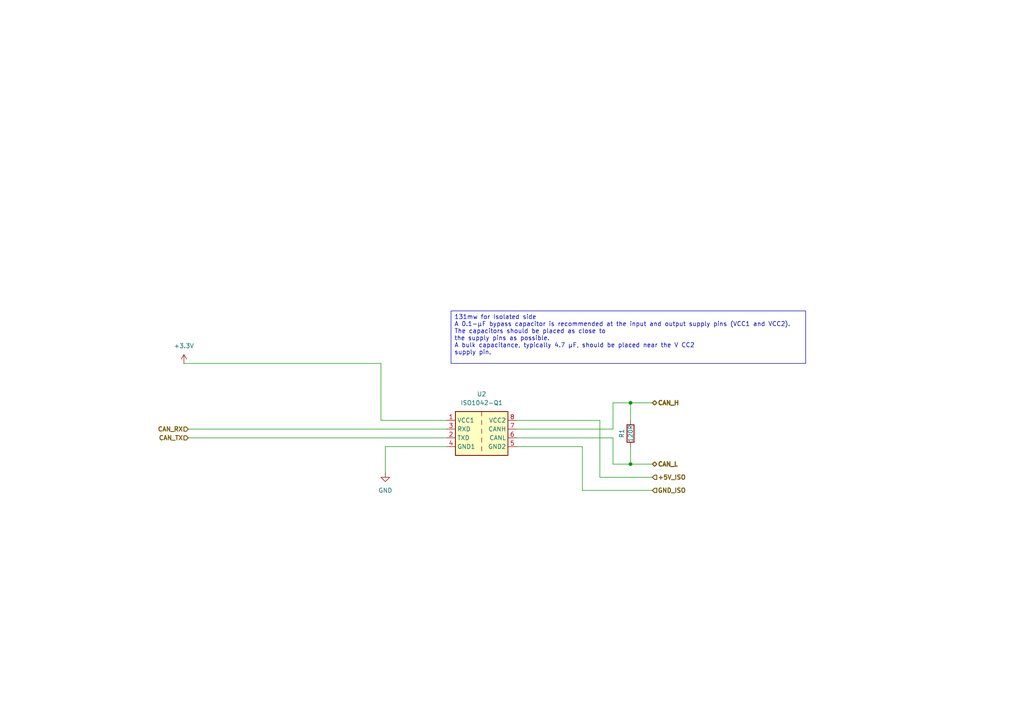
<source format=kicad_sch>
(kicad_sch (version 20231120) (generator "eeschema") (generator_version "8.0")
  (paper "A4")
  (title_block (date "2024-05-30"))
  (lib_symbols
    (symbol "Device:R" (pin_numbers hide) (pin_names (offset 0))
      (property "Reference" "R" (at 2.032 0 90))
      (property "Value" "R" (at 0 0 90))
      (symbol "R_0_1"
        (rectangle (start -1.016 -2.54) (end 1.016 2.54) (stroke (width 0.254)))
      )
      (symbol "R_1_1"
        (pin passive line (at 0 3.81 270) (length 1.27) (name "~") (number "1"))
        (pin passive line (at 0 -3.81 90) (length 1.27) (name "~") (number "2"))
      )
    )
    (symbol "dnt:ISO1042-Q1"
      (property "Reference" "U" (at -6.35 6.35 0))
      (property "Value" "ISO1042-Q1" (at 2.54 6.35 0))
      (symbol "ISO1042-Q1_0_1"
        (polyline (pts (xy 0 -5.08) (xy 0 -6.35)))
        (polyline (pts (xy 0 -2.54) (xy 0 -3.81)))
        (polyline (pts (xy 0 0) (xy 0 -1.27)))
        (polyline (pts (xy 0 2.54) (xy 0 1.27)))
        (polyline (pts (xy 0 5.08) (xy 0 3.81)))
      )
      (symbol "ISO1042-Q1_1_1"
        (rectangle (start -7.62 5.08) (end 7.62 -7.62) (stroke (width 0.254)) (fill (type background)))
        (pin power_in line (at -10.16 2.54 0) (length 2.54) (name "VCC1") (number "1"))
        (pin input line (at -10.16 -2.54 0) (length 2.54) (name "TXD") (number "2"))
        (pin output line (at -10.16 0 0) (length 2.54) (name "RXD") (number "3"))
        (pin power_in line (at -10.16 -5.08 0) (length 2.54) (name "GND1") (number "4"))
        (pin power_in line (at 10.16 -5.08 180) (length 2.54) (name "GND2") (number "5"))
        (pin bidirectional line (at 10.16 -2.54 180) (length 2.54) (name "CANL") (number "6"))
        (pin bidirectional line (at 10.16 0 180) (length 2.54) (name "CANH") (number "7"))
        (pin power_in line (at 10.16 2.54 180) (length 2.54) (name "VCC2") (number "8"))
      )
    )
    (symbol "power:+3.3V" (power) (pin_numbers hide) (pin_names (offset 0) hide)
      (property "Value" "+3.3V" (at 0 3.556 0))
      (symbol "+3.3V_0_1"
        (polyline (pts (xy -0.762 1.27) (xy 0 2.54)))
        (polyline (pts (xy 0 0) (xy 0 2.54)))
        (polyline (pts (xy 0 2.54) (xy 0.762 1.27)))
      )
      (symbol "+3.3V_1_1"
        (pin power_in line (at 0 0 90) (length 0) (name "~") (number "1"))
      )
    )
    (symbol "power:GND" (power) (pin_numbers hide) (pin_names (offset 0) hide)
      (property "Value" "GND" (at 0 -3.81 0))
      (symbol "GND_0_1"
        (polyline (pts (xy 0 0) (xy 0 -1.27) (xy 1.27 -1.27) (xy 0 -2.54) (xy -1.27 -1.27) (xy 0 -1.27)))
      )
      (symbol "GND_1_1"
        (pin power_in line (at 0 0 270) (length 0) (name "~") (number "1"))
      )
    )
  )
  (junction (at 182.88 134.62))
  (junction (at 182.88 116.84))
  (wire (pts (xy 54.61 124.46) (xy 129.54 124.46)))
  (wire (pts (xy 110.49 121.92) (xy 129.54 121.92)))
  (wire (pts (xy 149.86 124.46) (xy 177.8 124.46)))
  (wire (pts (xy 173.99 138.43) (xy 173.99 121.92)))
  (wire (pts (xy 182.88 129.54) (xy 182.88 134.62)))
  (wire (pts (xy 53.34 105.41) (xy 110.49 105.41)))
  (wire (pts (xy 168.91 129.54) (xy 149.86 129.54)))
  (wire (pts (xy 173.99 121.92) (xy 149.86 121.92)))
  (wire (pts (xy 111.76 137.16) (xy 111.76 129.54)))
  (wire (pts (xy 177.8 116.84) (xy 177.8 124.46)))
  (wire (pts (xy 177.8 127) (xy 177.8 134.62)))
  (wire (pts (xy 110.49 105.41) (xy 110.49 121.92)))
  (wire (pts (xy 168.91 142.24) (xy 189.23 142.24)))
  (wire (pts (xy 177.8 116.84) (xy 182.88 116.84)))
  (wire (pts (xy 182.88 116.84) (xy 189.23 116.84)))
  (wire (pts (xy 177.8 134.62) (xy 182.88 134.62)))
  (wire (pts (xy 111.76 129.54) (xy 129.54 129.54)))
  (wire (pts (xy 182.88 134.62) (xy 189.23 134.62)))
  (wire (pts (xy 54.61 127) (xy 129.54 127)))
  (wire (pts (xy 173.99 138.43) (xy 189.23 138.43)))
  (wire (pts (xy 182.88 121.92) (xy 182.88 116.84)))
  (wire (pts (xy 149.86 127) (xy 177.8 127)))
  (wire (pts (xy 168.91 142.24) (xy 168.91 129.54)))
  (text_box "131mw for Isolated side\nA 0.1-µF bypass capacitor is recommended at the input and output supply pins (VCC1 and VCC2). The capacitors should be placed as close to\nthe supply pins as possible.\nA bulk capacitance, typically 4.7 μF, should be placed near the V CC2\nsupply pin. " (at 130.81 90.17 0) (size 102.87 15.24) (effects (font (size 1.27 1.27)) (justify left top)))
  (hierarchical_label "CAN_H" (shape bidirectional) (at 189.23 116.84 0) (effects (font (thickness 0.3048) (bold yes))))
  (hierarchical_label "CAN_RX" (shape input) (at 54.61 124.46 180) (effects (font (bold yes))))
  (hierarchical_label "CAN_TX" (shape input) (at 54.61 127 180) (effects (font (thickness 0.254) (bold yes))))
  (hierarchical_label "+5V_ISO" (shape input) (at 189.23 138.43 0) (effects (font (bold yes))))
  (hierarchical_label "CAN_L" (shape bidirectional) (at 189.23 134.62 0) (effects (font (thickness 0.3048) (bold yes))))
  (hierarchical_label "GND_ISO" (shape input) (at 189.23 142.24 0) (effects (font (bold yes))))
  (symbol (lib_id "power:GND") (at 111.76 137.16 0) (unit 1)
    (property "Reference" "#PWR05" (effects (hide yes)))
    (property "Value" "GND" (at 111.76 142.24 0))
    (property "Description" "Power symbol creates a global label with name \"GND\" , ground" (effects (hide yes)))
  )
  (symbol (lib_id "Device:R") (at 182.88 125.73 0) (mirror x) (unit 1)
    (property "Reference" "R1" (at 180.34 125.73 90))
    (property "Value" "120R" (at 182.88 125.73 90))
    (property "Footprint" "Resistor_SMD:R_0805_2012Metric" (effects (hide yes)))
    (property "Datasheet" "https://wmsc.lcsc.com/wmsc/upload/file/pdf/v2/lcsc/2206010216_UNI-ROYAL-Uniroyal-Elec-0805W8F1200T5E_C17437.pdf" (effects (hide yes)))
    (property "Description" "Resistor" (effects (hide yes)))
    (property "LCSC" "C17437" (effects (hide yes)))
  )
  (symbol (lib_id "power:+3.3V") (at 53.34 105.41 0) (unit 1)
    (property "Reference" "#PWR033" (effects (hide yes)))
    (property "Value" "+3.3V" (at 53.34 100.33 0))
    (property "Description" "Power symbol creates a global label with name \"+3.3V\"" (effects (hide yes)))
  )
  (symbol (lib_id "dnt:ISO1042-Q1") (at 139.7 124.46 0) (unit 1)
    (property "Reference" "U2" (at 139.7 114.3 0))
    (property "Value" "ISO1042-Q1" (at 139.7 116.84 0))
    (property "Footprint" "Package_SO:SOIC-8_7.5x5.85mm_P1.27mm" (effects (hide yes)))
    (property "Datasheet" "https://www.ti.com/lit/ds/symlink/iso1042-q1.pdf" (effects (hide yes)))
    (property "Description" "Isolated CAN FD Transceiver, SOIC-8" (effects (hide yes)))
    (property "LCSC" "C2672259" (effects (hide yes)))
    (property "JLD" "https://jlcpcb.com/partdetail/TexasInstruments-ISO1042BQDWVRQ1/C2672259" (effects (hide yes)))
    (property "JLCPCB Rotation Offset" "90" (effects (hide yes)))
  )
)
</source>
